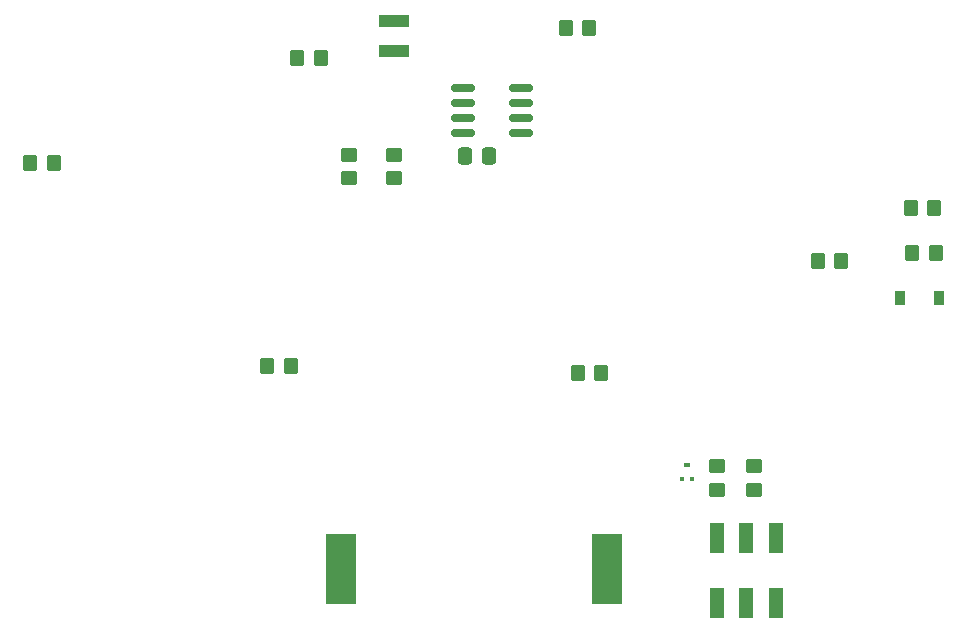
<source format=gbp>
%TF.GenerationSoftware,KiCad,Pcbnew,(6.0.2-0)*%
%TF.CreationDate,2022-12-09T19:44:04+01:00*%
%TF.ProjectId,ornament_2022,6f726e61-6d65-46e7-945f-323032322e6b,rev?*%
%TF.SameCoordinates,Original*%
%TF.FileFunction,Paste,Bot*%
%TF.FilePolarity,Positive*%
%FSLAX46Y46*%
G04 Gerber Fmt 4.6, Leading zero omitted, Abs format (unit mm)*
G04 Created by KiCad (PCBNEW (6.0.2-0)) date 2022-12-09 19:44:04*
%MOMM*%
%LPD*%
G01*
G04 APERTURE LIST*
G04 Aperture macros list*
%AMRoundRect*
0 Rectangle with rounded corners*
0 $1 Rounding radius*
0 $2 $3 $4 $5 $6 $7 $8 $9 X,Y pos of 4 corners*
0 Add a 4 corners polygon primitive as box body*
4,1,4,$2,$3,$4,$5,$6,$7,$8,$9,$2,$3,0*
0 Add four circle primitives for the rounded corners*
1,1,$1+$1,$2,$3*
1,1,$1+$1,$4,$5*
1,1,$1+$1,$6,$7*
1,1,$1+$1,$8,$9*
0 Add four rect primitives between the rounded corners*
20,1,$1+$1,$2,$3,$4,$5,0*
20,1,$1+$1,$4,$5,$6,$7,0*
20,1,$1+$1,$6,$7,$8,$9,0*
20,1,$1+$1,$8,$9,$2,$3,0*%
G04 Aperture macros list end*
%ADD10RoundRect,0.250000X-0.350000X-0.450000X0.350000X-0.450000X0.350000X0.450000X-0.350000X0.450000X0*%
%ADD11R,2.500000X1.000000*%
%ADD12RoundRect,0.250000X-0.450000X0.350000X-0.450000X-0.350000X0.450000X-0.350000X0.450000X0.350000X0*%
%ADD13RoundRect,0.250000X0.350000X0.450000X-0.350000X0.450000X-0.350000X-0.450000X0.350000X-0.450000X0*%
%ADD14RoundRect,0.250000X-0.337500X-0.475000X0.337500X-0.475000X0.337500X0.475000X-0.337500X0.475000X0*%
%ADD15R,0.400000X0.450000*%
%ADD16R,0.500000X0.450000*%
%ADD17RoundRect,0.250000X0.450000X-0.350000X0.450000X0.350000X-0.450000X0.350000X-0.450000X-0.350000X0*%
%ADD18R,0.900000X1.200000*%
%ADD19RoundRect,0.150000X-0.825000X-0.150000X0.825000X-0.150000X0.825000X0.150000X-0.825000X0.150000X0*%
%ADD20R,2.500000X6.000000*%
%ADD21R,1.200000X2.500000*%
G04 APERTURE END LIST*
D10*
%TO.C,R2*%
X245650000Y-56515000D03*
X247650000Y-56515000D03*
%TD*%
D11*
%TO.C,J2*%
X201930000Y-43180000D03*
X201930000Y-40640000D03*
%TD*%
D12*
%TO.C,R12*%
X198120000Y-51975000D03*
X198120000Y-53975000D03*
%TD*%
D10*
%TO.C,R8*%
X193675000Y-43815000D03*
X195675000Y-43815000D03*
%TD*%
D12*
%TO.C,R11*%
X201930000Y-51975000D03*
X201930000Y-53975000D03*
%TD*%
D13*
%TO.C,R10*%
X247745000Y-60325000D03*
X245745000Y-60325000D03*
%TD*%
D14*
%TO.C,C1*%
X207877500Y-52070000D03*
X209952500Y-52070000D03*
%TD*%
D13*
%TO.C,R7*%
X219440000Y-70485000D03*
X217440000Y-70485000D03*
%TD*%
D15*
%TO.C,Q2*%
X227095000Y-79442000D03*
X226295000Y-79442000D03*
D16*
X226695000Y-78292000D03*
%TD*%
D17*
%TO.C,R1*%
X232410000Y-80375000D03*
X232410000Y-78375000D03*
%TD*%
D18*
%TO.C,D1*%
X244730000Y-64135000D03*
X248030000Y-64135000D03*
%TD*%
D19*
%TO.C,U1*%
X207710000Y-50165000D03*
X207710000Y-48895000D03*
X207710000Y-47625000D03*
X207710000Y-46355000D03*
X212660000Y-46355000D03*
X212660000Y-47625000D03*
X212660000Y-48895000D03*
X212660000Y-50165000D03*
%TD*%
D10*
%TO.C,R6*%
X191135000Y-69850000D03*
X193135000Y-69850000D03*
%TD*%
D20*
%TO.C,BT1*%
X219903826Y-87103474D03*
X197403826Y-87103474D03*
%TD*%
D21*
%TO.C,S1*%
X229235000Y-84455000D03*
X231735000Y-84455000D03*
X234235000Y-84455000D03*
X229235000Y-89955000D03*
X231735000Y-89955000D03*
X234235000Y-89955000D03*
%TD*%
D12*
%TO.C,R9*%
X229235000Y-78375000D03*
X229235000Y-80375000D03*
%TD*%
D13*
%TO.C,R4*%
X218440000Y-41275000D03*
X216440000Y-41275000D03*
%TD*%
%TO.C,R3*%
X239760000Y-60960000D03*
X237760000Y-60960000D03*
%TD*%
D10*
%TO.C,R5*%
X171085000Y-52705000D03*
X173085000Y-52705000D03*
%TD*%
M02*

</source>
